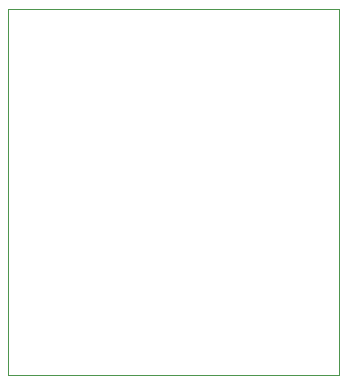
<source format=gbr>
G04 --- HEADER BEGIN --- *
G04 #@! TF.GenerationSoftware,LibrePCB,LibrePCB,1.0.1-unstable*
G04 #@! TF.CreationDate,2023-09-17T23:29:36*
G04 #@! TF.ProjectId,d0-reader,9220702f-a48e-4216-8865-87f6ea8ca353,v1*
G04 #@! TF.Part,Single*
G04 #@! TF.SameCoordinates*
G04 #@! TF.FileFunction,Profile,NP*
%FSLAX66Y66*%
%MOMM*%
G01*
G75*
G04 --- HEADER END --- *
G04 --- APERTURE LIST BEGIN --- *
G04 #@! TA.AperFunction,Profile*
%ADD10C,0.001*%
G04 #@! TD*
G04 --- APERTURE LIST END --- *
G04 --- BOARD BEGIN --- *
D10*
X-14000000Y-20000000D02*
X-14000000Y11000000D01*
X14000000Y11000000D01*
X14000000Y-20000000D01*
X-14000000Y-20000000D01*
G04 --- BOARD END --- *
G04 #@! TF.MD5,00919913067d07ee357fa83293267adb*
M02*

</source>
